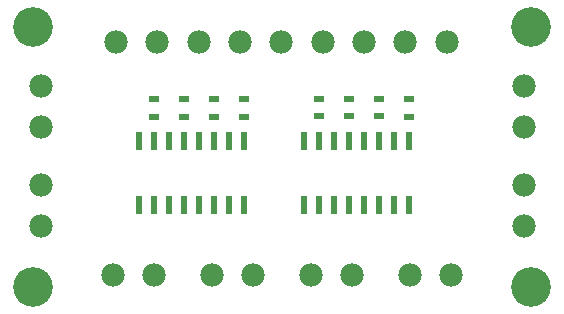
<source format=gts>
G04 #@! TF.FileFunction,Soldermask,Top*
%FSLAX46Y46*%
G04 Gerber Fmt 4.6, Leading zero omitted, Abs format (unit mm)*
G04 Created by KiCad (PCBNEW (2014-11-09 BZR 5259)-product) date Mon 22 Dec 2014 02:38:55 PM PST*
%MOMM*%
G01*
G04 APERTURE LIST*
%ADD10C,0.100000*%
%ADD11C,1.968500*%
%ADD12R,0.600000X1.500000*%
%ADD13R,0.900000X0.500000*%
%ADD14C,3.352800*%
G04 APERTURE END LIST*
D10*
D11*
X140100000Y-49878000D03*
X143600000Y-49878000D03*
X147100000Y-49878000D03*
D12*
X142055000Y-63700000D03*
X143325000Y-63700000D03*
X144595000Y-63700000D03*
X145865000Y-63700000D03*
X147135000Y-63700000D03*
X148405000Y-63700000D03*
X149675000Y-63700000D03*
X150945000Y-63700000D03*
X150945000Y-58300000D03*
X149675000Y-58300000D03*
X148405000Y-58300000D03*
X147135000Y-58300000D03*
X145865000Y-58300000D03*
X144595000Y-58300000D03*
X143325000Y-58300000D03*
X142055000Y-58300000D03*
X156055000Y-63700000D03*
X157325000Y-63700000D03*
X158595000Y-63700000D03*
X159865000Y-63700000D03*
X161135000Y-63700000D03*
X162405000Y-63700000D03*
X163675000Y-63700000D03*
X164945000Y-63700000D03*
X164945000Y-58300000D03*
X163675000Y-58300000D03*
X162405000Y-58300000D03*
X161135000Y-58300000D03*
X159865000Y-58300000D03*
X158595000Y-58300000D03*
X157325000Y-58300000D03*
X156055000Y-58300000D03*
D13*
X143327120Y-56243920D03*
X143327120Y-54743920D03*
X145869660Y-56246460D03*
X145869660Y-54746460D03*
X148412200Y-56249000D03*
X148412200Y-54749000D03*
X150934420Y-56251540D03*
X150934420Y-54751540D03*
X157327600Y-56198200D03*
X157327600Y-54698200D03*
X159867600Y-56198200D03*
X159867600Y-54698200D03*
X162407600Y-56198200D03*
X162407600Y-54698200D03*
X164871400Y-56223600D03*
X164871400Y-54723600D03*
D11*
X133731000Y-57122000D03*
X133731000Y-53622000D03*
X133731000Y-65504000D03*
X133731000Y-62004000D03*
X143355000Y-69596000D03*
X139855000Y-69596000D03*
X151737000Y-69596000D03*
X148237000Y-69596000D03*
X160119000Y-69596000D03*
X156619000Y-69596000D03*
X168501000Y-69596000D03*
X165001000Y-69596000D03*
X174625000Y-62004000D03*
X174625000Y-65504000D03*
X174625000Y-53622000D03*
X174625000Y-57122000D03*
X150600000Y-49878000D03*
X154100000Y-49878000D03*
X157600000Y-49878000D03*
X161100000Y-49878000D03*
X164600000Y-49878000D03*
X168100000Y-49878000D03*
D14*
X175260000Y-48641000D03*
X133096000Y-48641000D03*
X175260000Y-70612000D03*
X133096000Y-70612000D03*
M02*

</source>
